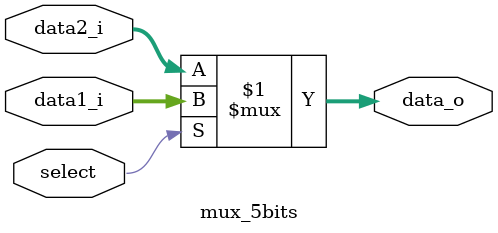
<source format=v>
module mux_5bits(
	input	[4:0]	data1_i,data2_i,
	input	select,
	output	[4:0]	data_o
	);
assign	data_o = select ? data1_i : data2_i;
endmodule
</source>
